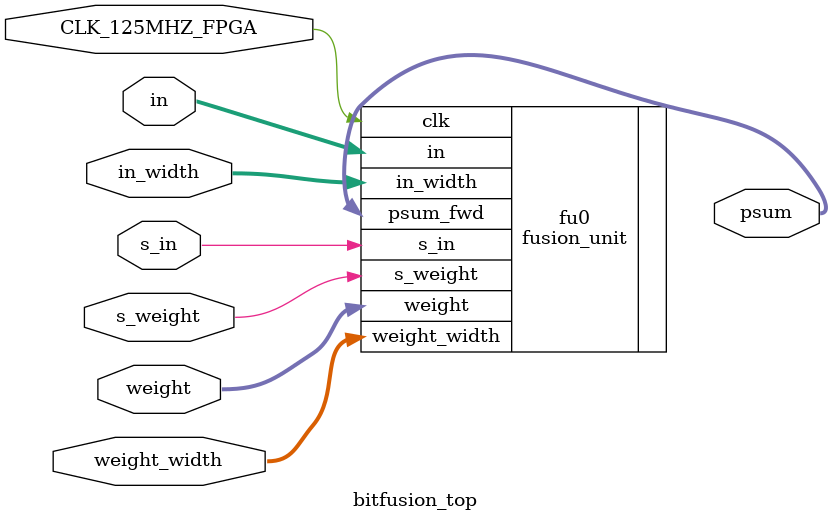
<source format=v>
`timescale 1ns/1ns

module bitfusion_top (
        input CLK_125MHZ_FPGA,
        input [3:0] in,
        input [3:0] weight,
        input [2:0] in_width,
        input [2:0] weight_width,
        input s_in,
        input s_weight,
        output [7:0] psum
    );

    //need to mux inputs??

    fusion_unit fu0(
        .clk(CLK_125MHZ_FPGA),
        .in(in),
        .weight(weight),
        .in_width(in_width),
        .weight_width(weight_width),
        .s_in(s_in),
        .s_weight(s_weight),
        .psum_fwd(psum)
    );


endmodule
</source>
